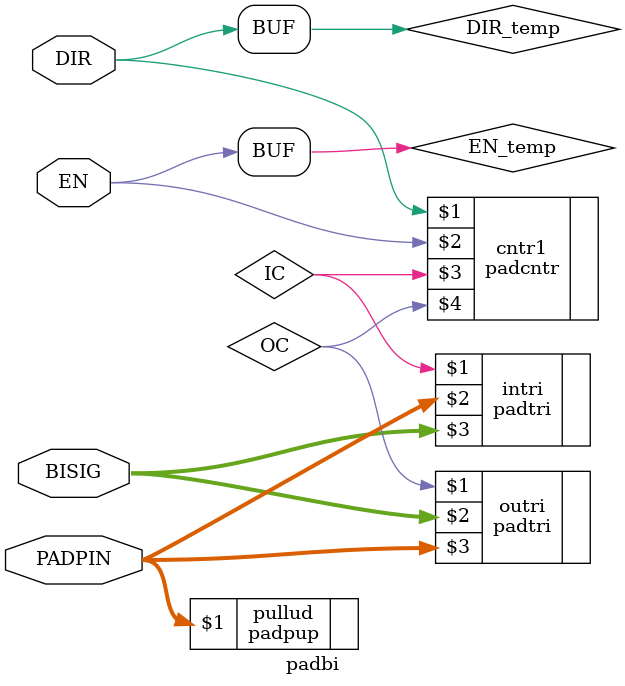
<source format=v>
module padbi(EN,DIR,BISIG,PADPIN);
  parameter M = 7;
  parameter N = 0;
  parameter SLIM_FLAG = 0;
  parameter OUTDRIVE = "4MA";
  parameter LEVEL_SHIFTING = 0;
  parameter SCHMITT_TRIGGER = 0;
  parameter PULL_TYPE = "None";
  parameter
        d_EN_r = 0,
        d_EN_f = 0,
        d_DIR_r = 0,
        d_DIR_f = 0,
        d_BISIG = 1,
        d_PADPIN = 1;
  input  EN;
  input  DIR;
  inout [M:N] BISIG;
  inout [M:N] PADPIN;
  wire  EN_temp;
  wire  DIR_temp;
  wire [M:N] BISIG_temp;
  wire [M:N] PADPIN_temp;
  wire  IC;
  wire  OC;
  assign #(d_EN_r,d_EN_f) EN_temp = EN;
  assign #(d_DIR_r,d_DIR_f) DIR_temp = DIR;
  padpup #(M,N,PULL_TYPE) pullud (PADPIN);
  padtri #(M,N) outri (OC,BISIG,PADPIN);
  padtri #(M,N) intri (IC,PADPIN,BISIG);
  padcntr cntr1 (DIR_temp,EN_temp,IC,OC);
endmodule

</source>
